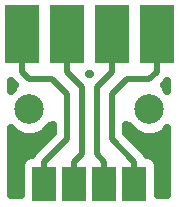
<source format=gtl>
G04 (created by PCBNEW (2013-07-07 BZR 4022)-stable) date 11/9/2013 6:23:53 PM*
%MOIN*%
G04 Gerber Fmt 3.4, Leading zero omitted, Abs format*
%FSLAX34Y34*%
G01*
G70*
G90*
G04 APERTURE LIST*
%ADD10C,0.006*%
%ADD11C,0.0984252*%
%ADD12R,0.0787402X0.11811*%
%ADD13R,0.11811X0.19685*%
%ADD14C,0.02*%
%ADD15C,0.025*%
G04 APERTURE END LIST*
G54D10*
G54D11*
X40000Y-18500D03*
X36000Y-18500D03*
G54D12*
X39500Y-21000D03*
X38500Y-21000D03*
X37500Y-21000D03*
X36500Y-21000D03*
G54D13*
X40250Y-16000D03*
X38750Y-16000D03*
X37250Y-16000D03*
X35750Y-16000D03*
G54D14*
X38500Y-20250D02*
X38250Y-20000D01*
X38250Y-20000D02*
X38250Y-17750D01*
X38250Y-17750D02*
X38750Y-17250D01*
X38750Y-17250D02*
X38750Y-16000D01*
X38500Y-21000D02*
X38500Y-20250D01*
X40000Y-17500D02*
X40250Y-17250D01*
X40250Y-17250D02*
X40250Y-16000D01*
X39500Y-20250D02*
X38750Y-19500D01*
X38750Y-19500D02*
X38750Y-18000D01*
X38750Y-18000D02*
X39250Y-17500D01*
X39250Y-17500D02*
X40000Y-17500D01*
X39500Y-21000D02*
X39500Y-20250D01*
X37250Y-17250D02*
X37750Y-17750D01*
X37750Y-17750D02*
X37750Y-20000D01*
X37750Y-20000D02*
X37500Y-20250D01*
X37500Y-20250D02*
X37500Y-21000D01*
X37250Y-16000D02*
X37250Y-17250D01*
X36000Y-17500D02*
X35750Y-17250D01*
X35750Y-17250D02*
X35750Y-16000D01*
X36500Y-20250D02*
X37250Y-19500D01*
X37250Y-19500D02*
X37250Y-18000D01*
X37250Y-18000D02*
X36750Y-17500D01*
X36750Y-17500D02*
X36000Y-17500D01*
X36500Y-21000D02*
X36500Y-20250D01*
G54D10*
G36*
X35528Y-17700D02*
X35490Y-17716D01*
X35470Y-17729D01*
X35448Y-17825D01*
X35400Y-17873D01*
X35400Y-17564D01*
X35414Y-17585D01*
X35528Y-17700D01*
X35528Y-17700D01*
G37*
G54D15*
X35528Y-17700D02*
X35490Y-17716D01*
X35470Y-17729D01*
X35448Y-17825D01*
X35400Y-17873D01*
X35400Y-17564D01*
X35414Y-17585D01*
X35528Y-17700D01*
G54D10*
G36*
X36775Y-19303D02*
X36164Y-19914D01*
X36083Y-20034D01*
X36032Y-20034D01*
X35894Y-20091D01*
X35788Y-20196D01*
X35731Y-20334D01*
X35731Y-20483D01*
X35731Y-21350D01*
X35400Y-21350D01*
X35400Y-19126D01*
X35448Y-19174D01*
X35470Y-19270D01*
X35806Y-19414D01*
X36170Y-19419D01*
X36509Y-19283D01*
X36529Y-19270D01*
X36551Y-19174D01*
X36674Y-19051D01*
X36770Y-19029D01*
X36775Y-19019D01*
X36775Y-19303D01*
X36775Y-19303D01*
G37*
G54D15*
X36775Y-19303D02*
X36164Y-19914D01*
X36083Y-20034D01*
X36032Y-20034D01*
X35894Y-20091D01*
X35788Y-20196D01*
X35731Y-20334D01*
X35731Y-20483D01*
X35731Y-21350D01*
X35400Y-21350D01*
X35400Y-19126D01*
X35448Y-19174D01*
X35470Y-19270D01*
X35806Y-19414D01*
X36170Y-19419D01*
X36509Y-19283D01*
X36529Y-19270D01*
X36551Y-19174D01*
X36674Y-19051D01*
X36770Y-19029D01*
X36775Y-19019D01*
X36775Y-19303D01*
G54D10*
G36*
X38002Y-17325D02*
X38000Y-17328D01*
X37997Y-17325D01*
X38000Y-17324D01*
X38002Y-17325D01*
X38002Y-17325D01*
G37*
G54D15*
X38002Y-17325D02*
X38000Y-17328D01*
X37997Y-17325D01*
X38000Y-17324D01*
X38002Y-17325D01*
G54D10*
G36*
X40600Y-17873D02*
X40551Y-17825D01*
X40529Y-17729D01*
X40468Y-17703D01*
X40585Y-17585D01*
X40585Y-17585D01*
X40600Y-17564D01*
X40600Y-17873D01*
X40600Y-17873D01*
G37*
G54D15*
X40600Y-17873D02*
X40551Y-17825D01*
X40529Y-17729D01*
X40468Y-17703D01*
X40585Y-17585D01*
X40585Y-17585D01*
X40600Y-17564D01*
X40600Y-17873D01*
G54D10*
G36*
X40600Y-21350D02*
X40268Y-21350D01*
X40268Y-20335D01*
X40211Y-20197D01*
X40106Y-20091D01*
X39968Y-20034D01*
X39916Y-20034D01*
X39835Y-19914D01*
X39835Y-19914D01*
X39225Y-19303D01*
X39225Y-19023D01*
X39229Y-19029D01*
X39325Y-19051D01*
X39448Y-19174D01*
X39470Y-19270D01*
X39806Y-19414D01*
X40170Y-19419D01*
X40509Y-19283D01*
X40529Y-19270D01*
X40551Y-19174D01*
X40600Y-19126D01*
X40600Y-21350D01*
X40600Y-21350D01*
G37*
G54D15*
X40600Y-21350D02*
X40268Y-21350D01*
X40268Y-20335D01*
X40211Y-20197D01*
X40106Y-20091D01*
X39968Y-20034D01*
X39916Y-20034D01*
X39835Y-19914D01*
X39835Y-19914D01*
X39225Y-19303D01*
X39225Y-19023D01*
X39229Y-19029D01*
X39325Y-19051D01*
X39448Y-19174D01*
X39470Y-19270D01*
X39806Y-19414D01*
X40170Y-19419D01*
X40509Y-19283D01*
X40529Y-19270D01*
X40551Y-19174D01*
X40600Y-19126D01*
X40600Y-21350D01*
M02*

</source>
